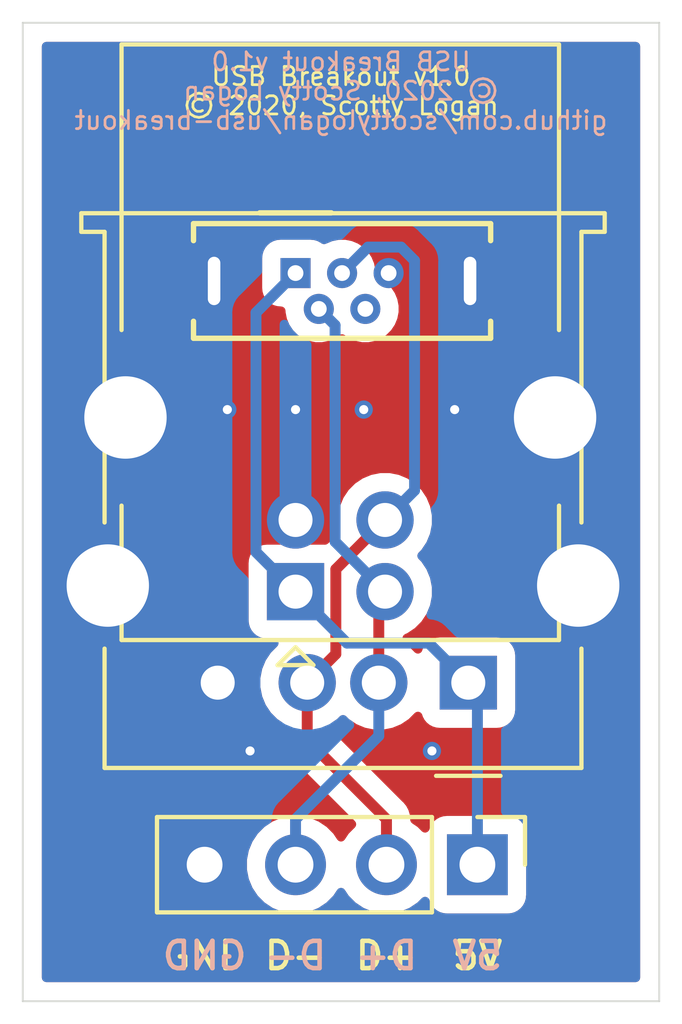
<source format=kicad_pcb>
(kicad_pcb (version 20171130) (host pcbnew "(5.1.6-0-10_14)")

  (general
    (thickness 1.6)
    (drawings 14)
    (tracks 33)
    (zones 0)
    (modules 4)
    (nets 6)
  )

  (page USLetter)
  (title_block
    (title "USB Breakout")
    (date 2020-08-07)
    (rev v0.1)
    (comment 1 usb-breakout)
    (comment 2 "USB Breakout Board")
  )

  (layers
    (0 F.Cu signal)
    (31 B.Cu signal)
    (32 B.Adhes user)
    (33 F.Adhes user)
    (34 B.Paste user)
    (35 F.Paste user)
    (36 B.SilkS user)
    (37 F.SilkS user)
    (38 B.Mask user)
    (39 F.Mask user)
    (40 Dwgs.User user)
    (41 Cmts.User user)
    (42 Eco1.User user)
    (43 Eco2.User user)
    (44 Edge.Cuts user)
    (45 Margin user)
    (46 B.CrtYd user)
    (47 F.CrtYd user)
    (48 B.Fab user hide)
    (49 F.Fab user hide)
  )

  (setup
    (last_trace_width 0.1524)
    (user_trace_width 0.1524)
    (user_trace_width 0.3048)
    (trace_clearance 0.1524)
    (zone_clearance 0.508)
    (zone_45_only yes)
    (trace_min 0.1524)
    (via_size 0.508)
    (via_drill 0.254)
    (via_min_size 0.508)
    (via_min_drill 0.254)
    (user_via 0.508 0.254)
    (uvia_size 0.3)
    (uvia_drill 0.1)
    (uvias_allowed no)
    (uvia_min_size 0.2)
    (uvia_min_drill 0.1)
    (edge_width 0.05)
    (segment_width 0.2)
    (pcb_text_width 0.3)
    (pcb_text_size 1.5 1.5)
    (mod_edge_width 0.12)
    (mod_text_size 1 1)
    (mod_text_width 0.15)
    (pad_size 1.524 1.524)
    (pad_drill 0.762)
    (pad_to_mask_clearance 0.05)
    (aux_axis_origin 0 0)
    (visible_elements FFFFFF7F)
    (pcbplotparams
      (layerselection 0x010fc_ffffffff)
      (usegerberextensions false)
      (usegerberattributes true)
      (usegerberadvancedattributes true)
      (creategerberjobfile true)
      (excludeedgelayer true)
      (linewidth 0.100000)
      (plotframeref false)
      (viasonmask false)
      (mode 1)
      (useauxorigin false)
      (hpglpennumber 1)
      (hpglpenspeed 20)
      (hpglpendiameter 15.000000)
      (psnegative false)
      (psa4output false)
      (plotreference true)
      (plotvalue true)
      (plotinvisibletext false)
      (padsonsilk false)
      (subtractmaskfromsilk false)
      (outputformat 1)
      (mirror false)
      (drillshape 1)
      (scaleselection 1)
      (outputdirectory ""))
  )

  (net 0 "")
  (net 1 /USB_GND)
  (net 2 /USB_5V)
  (net 3 /USB_D-)
  (net 4 /USB_D+)
  (net 5 "Net-(J2-Pad4)")

  (net_class Default "This is the default net class."
    (clearance 0.1524)
    (trace_width 0.1524)
    (via_dia 0.508)
    (via_drill 0.254)
    (uvia_dia 0.3)
    (uvia_drill 0.1)
    (add_net /USB_5V)
    (add_net /USB_D+)
    (add_net /USB_D-)
    (add_net /USB_GND)
    (add_net "Net-(J2-Pad4)")
  )

  (net_class Power ""
    (clearance 0.6096)
    (trace_width 0.3048)
    (via_dia 0.6096)
    (via_drill 0.3048)
    (uvia_dia 0.3)
    (uvia_drill 0.1)
  )

  (module Connector_USB:USB_A_Molex_67643_Horizontal (layer F.Cu) (tedit 5EA03975) (tstamp 5F2D951D)
    (at 167.386 46.99 180)
    (descr "USB type A, Horizontal, https://www.molex.com/pdm_docs/sd/676433910_sd.pdf")
    (tags "USB_A Female Connector receptacle")
    (path /5F2D2C88)
    (fp_text reference J4 (at 3.5 -3.19) (layer F.SilkS) hide
      (effects (font (size 1 1) (thickness 0.15)))
    )
    (fp_text value USB_A (at 3.5 14.5) (layer F.Fab) hide
      (effects (font (size 1 1) (thickness 0.15)))
    )
    (fp_line (start -3.05 -2.27) (end 10.05 -2.27) (layer F.Fab) (width 0.1))
    (fp_line (start 10.05 -2.27) (end 10.05 12.69) (layer F.Fab) (width 0.1))
    (fp_line (start -3.16 12.58) (end -3.16 4.47) (layer F.SilkS) (width 0.12))
    (fp_line (start -3.16 12.58) (end -3.81 12.58) (layer F.SilkS) (width 0.12))
    (fp_line (start -3.7 12.69) (end -3.7 12.99) (layer F.Fab) (width 0.1))
    (fp_line (start -3.7 12.99) (end 10.7 12.99) (layer F.Fab) (width 0.1))
    (fp_line (start 10.7 12.99) (end 10.7 12.69) (layer F.Fab) (width 0.1))
    (fp_line (start 10.7 12.69) (end 10.05 12.69) (layer F.Fab) (width 0.1))
    (fp_line (start -3.05 9.27) (end 10.05 9.27) (layer F.Fab) (width 0.1))
    (fp_line (start -3.55 -2.77) (end 10.55 -2.77) (layer F.CrtYd) (width 0.05))
    (fp_line (start 10.55 -2.77) (end 10.55 0.76) (layer F.CrtYd) (width 0.05))
    (fp_line (start -3.55 -2.77) (end -3.55 0.76) (layer F.CrtYd) (width 0.05))
    (fp_line (start -4.2 13.49) (end 11.2 13.49) (layer F.CrtYd) (width 0.05))
    (fp_line (start 11.2 13.49) (end 11.2 12.19) (layer F.CrtYd) (width 0.05))
    (fp_line (start 11.2 12.19) (end 10.55 12.19) (layer F.CrtYd) (width 0.05))
    (fp_line (start 10.55 12.19) (end 10.55 4.66) (layer F.CrtYd) (width 0.05))
    (fp_line (start -4.2 13.49) (end -4.2 12.19) (layer F.CrtYd) (width 0.05))
    (fp_line (start -4.2 12.19) (end -3.55 12.19) (layer F.CrtYd) (width 0.05))
    (fp_line (start -3.55 12.19) (end -3.55 4.66) (layer F.CrtYd) (width 0.05))
    (fp_line (start -3.16 -2.38) (end 10.16 -2.38) (layer F.SilkS) (width 0.12))
    (fp_line (start -3.16 -2.38) (end -3.16 0.95) (layer F.SilkS) (width 0.12))
    (fp_line (start 10.16 -2.38) (end 10.16 0.95) (layer F.SilkS) (width 0.12))
    (fp_line (start -3.05 12.69) (end -3.05 -2.27) (layer F.Fab) (width 0.1))
    (fp_line (start 10.81 13.1) (end 10.81 12.58) (layer F.SilkS) (width 0.12))
    (fp_line (start -3.81 13.1) (end 10.81 13.1) (layer F.SilkS) (width 0.12))
    (fp_line (start 10.16 4.47) (end 10.16 12.58) (layer F.SilkS) (width 0.12))
    (fp_line (start -3.81 12.58) (end -3.81 13.1) (layer F.SilkS) (width 0.12))
    (fp_line (start 10.81 12.58) (end 10.16 12.58) (layer F.SilkS) (width 0.12))
    (fp_line (start -3.05 12.69) (end -3.7 12.69) (layer F.Fab) (width 0.1))
    (fp_line (start -0.9 -2.6) (end 0.9 -2.6) (layer F.SilkS) (width 0.12))
    (fp_line (start -1 -2.27) (end 0 -1.27) (layer F.Fab) (width 0.1))
    (fp_line (start 0 -1.27) (end 1 -2.27) (layer F.Fab) (width 0.1))
    (fp_text user %R (at 3.5 3.7) (layer F.Fab)
      (effects (font (size 1 1) (thickness 0.15)))
    )
    (fp_arc (start -3.07 2.71) (end -3.55 0.76) (angle -152.3426981) (layer F.CrtYd) (width 0.05))
    (fp_arc (start 10.07 2.71) (end 10.55 4.66) (angle -152.3426981) (layer F.CrtYd) (width 0.05))
    (pad 5 thru_hole circle (at -3.07 2.71 180) (size 3 3) (drill 2.3) (layers *.Cu *.Mask)
      (net 1 /USB_GND))
    (pad 5 thru_hole circle (at 10.07 2.71 180) (size 3 3) (drill 2.3) (layers *.Cu *.Mask)
      (net 1 /USB_GND))
    (pad 1 thru_hole rect (at 0 0 180) (size 1.6 1.5) (drill 0.95) (layers *.Cu *.Mask)
      (net 2 /USB_5V))
    (pad 2 thru_hole circle (at 2.5 0 180) (size 1.6 1.6) (drill 0.95) (layers *.Cu *.Mask)
      (net 3 /USB_D-))
    (pad 3 thru_hole circle (at 4.5 0 180) (size 1.6 1.6) (drill 0.95) (layers *.Cu *.Mask)
      (net 4 /USB_D+))
    (pad 4 thru_hole circle (at 7 0 180) (size 1.6 1.6) (drill 0.95) (layers *.Cu *.Mask)
      (net 1 /USB_GND))
    (model ${KISYS3DMOD}/Connector_USB.3dshapes/USB_A_Molex_67643_Horizontal.wrl
      (at (xyz 0 0 0))
      (scale (xyz 1 1 1))
      (rotate (xyz 0 0 0))
    )
  )

  (module Connector_PinHeader_2.54mm:PinHeader_1x04_P2.54mm_Vertical (layer F.Cu) (tedit 59FED5CC) (tstamp 5F2D357E)
    (at 167.64 52.07 270)
    (descr "Through hole straight pin header, 1x04, 2.54mm pitch, single row")
    (tags "Through hole pin header THT 1x04 2.54mm single row")
    (path /5F2D8FCD)
    (fp_text reference J1 (at 0 -2.33 90) (layer F.SilkS) hide
      (effects (font (size 1 1) (thickness 0.15)))
    )
    (fp_text value Conn_01x04_Male (at 0 9.95 90) (layer F.Fab) hide
      (effects (font (size 1 1) (thickness 0.15)))
    )
    (fp_line (start -0.635 -1.27) (end 1.27 -1.27) (layer F.Fab) (width 0.1))
    (fp_line (start 1.27 -1.27) (end 1.27 8.89) (layer F.Fab) (width 0.1))
    (fp_line (start 1.27 8.89) (end -1.27 8.89) (layer F.Fab) (width 0.1))
    (fp_line (start -1.27 8.89) (end -1.27 -0.635) (layer F.Fab) (width 0.1))
    (fp_line (start -1.27 -0.635) (end -0.635 -1.27) (layer F.Fab) (width 0.1))
    (fp_line (start -1.33 8.95) (end 1.33 8.95) (layer F.SilkS) (width 0.12))
    (fp_line (start -1.33 1.27) (end -1.33 8.95) (layer F.SilkS) (width 0.12))
    (fp_line (start 1.33 1.27) (end 1.33 8.95) (layer F.SilkS) (width 0.12))
    (fp_line (start -1.33 1.27) (end 1.33 1.27) (layer F.SilkS) (width 0.12))
    (fp_line (start -1.33 0) (end -1.33 -1.33) (layer F.SilkS) (width 0.12))
    (fp_line (start -1.33 -1.33) (end 0 -1.33) (layer F.SilkS) (width 0.12))
    (fp_line (start -1.8 -1.8) (end -1.8 9.4) (layer F.CrtYd) (width 0.05))
    (fp_line (start -1.8 9.4) (end 1.8 9.4) (layer F.CrtYd) (width 0.05))
    (fp_line (start 1.8 9.4) (end 1.8 -1.8) (layer F.CrtYd) (width 0.05))
    (fp_line (start 1.8 -1.8) (end -1.8 -1.8) (layer F.CrtYd) (width 0.05))
    (fp_text user %R (at 0 3.81) (layer F.Fab)
      (effects (font (size 1 1) (thickness 0.15)))
    )
    (pad 1 thru_hole rect (at 0 0 270) (size 1.7 1.7) (drill 1) (layers *.Cu *.Mask)
      (net 2 /USB_5V))
    (pad 2 thru_hole oval (at 0 2.54 270) (size 1.7 1.7) (drill 1) (layers *.Cu *.Mask)
      (net 4 /USB_D+))
    (pad 3 thru_hole oval (at 0 5.08 270) (size 1.7 1.7) (drill 1) (layers *.Cu *.Mask)
      (net 3 /USB_D-))
    (pad 4 thru_hole oval (at 0 7.62 270) (size 1.7 1.7) (drill 1) (layers *.Cu *.Mask)
      (net 1 /USB_GND))
    (model ${KISYS3DMOD}/Connector_PinHeader_2.54mm.3dshapes/PinHeader_1x04_P2.54mm_Vertical.wrl
      (at (xyz 0 0 0))
      (scale (xyz 1 1 1))
      (rotate (xyz 0 0 0))
    )
  )

  (module Connector_USB:USB_B_Lumberg_2411_02_Horizontal (layer F.Cu) (tedit 5E6EAC30) (tstamp 5F2D945C)
    (at 162.56 44.45 90)
    (descr "USB 2.0 receptacle type B, horizontal version, through-hole, https://downloads.lumberg.com/datenblaetter/en/2411_02.pdf")
    (tags "USB B receptacle horizontal through-hole")
    (path /5F2D14C7)
    (fp_text reference J3 (at 7.5 -7.65 90) (layer F.SilkS) hide
      (effects (font (size 1 1) (thickness 0.15)))
    )
    (fp_text value USB_B (at 7.05 10.45 90) (layer F.Fab) hide
      (effects (font (size 1 1) (thickness 0.15)))
    )
    (fp_line (start -1.24 7.25) (end -1.24 -4.75) (layer F.Fab) (width 0.1))
    (fp_line (start -1.24 -4.75) (end 15.16 -4.75) (layer F.Fab) (width 0.1))
    (fp_line (start 15.16 -4.75) (end 15.16 7.25) (layer F.Fab) (width 0.1))
    (fp_line (start 15.16 7.25) (end -1.24 7.25) (layer F.Fab) (width 0.1))
    (fp_line (start -1.24 0.49) (end -0.75 0) (layer F.Fab) (width 0.1))
    (fp_line (start -0.75 0) (end -1.24 -0.49) (layer F.Fab) (width 0.1))
    (fp_line (start -1.35 7.36) (end -1.35 -4.86) (layer F.SilkS) (width 0.12))
    (fp_line (start -1.35 7.36) (end 2.4 7.36) (layer F.SilkS) (width 0.12))
    (fp_line (start -1.35 -4.86) (end 2.4 -4.86) (layer F.SilkS) (width 0.12))
    (fp_line (start 15.27 7.36) (end 15.27 -4.86) (layer F.SilkS) (width 0.12))
    (fp_line (start 15.27 -4.86) (end 7.3 -4.86) (layer F.SilkS) (width 0.12))
    (fp_line (start 15.27 7.36) (end 7.3 7.36) (layer F.SilkS) (width 0.12))
    (fp_line (start -1.55 0) (end -2.05 -0.5) (layer F.SilkS) (width 0.12))
    (fp_line (start -2.05 -0.5) (end -2.05 0.5) (layer F.SilkS) (width 0.12))
    (fp_line (start -2.05 0.5) (end -1.55 0) (layer F.SilkS) (width 0.12))
    (fp_line (start -1.74 9.75) (end 15.66 9.75) (layer F.CrtYd) (width 0.05))
    (fp_line (start 15.66 9.75) (end 15.66 -7.25) (layer F.CrtYd) (width 0.05))
    (fp_line (start 15.66 -7.25) (end -1.74 -7.25) (layer F.CrtYd) (width 0.05))
    (fp_line (start -1.74 -7.25) (end -1.74 9.75) (layer F.CrtYd) (width 0.05))
    (fp_text user %R (at 7.5 1.25 270) (layer F.Fab)
      (effects (font (size 1 1) (thickness 0.15)))
    )
    (pad 1 thru_hole rect (at 0 0 180) (size 1.6 1.6) (drill 0.95) (layers *.Cu *.Mask)
      (net 2 /USB_5V))
    (pad 2 thru_hole circle (at 0 2.5 180) (size 1.6 1.6) (drill 0.95) (layers *.Cu *.Mask)
      (net 3 /USB_D-))
    (pad 3 thru_hole circle (at 2 2.5 180) (size 1.6 1.6) (drill 0.95) (layers *.Cu *.Mask)
      (net 4 /USB_D+))
    (pad 4 thru_hole circle (at 2 0 180) (size 1.6 1.6) (drill 0.95) (layers *.Cu *.Mask)
      (net 1 /USB_GND))
    (pad 5 thru_hole circle (at 4.86 7.25 180) (size 4 4) (drill 2.3) (layers *.Cu *.Mask)
      (net 1 /USB_GND))
    (pad 5 thru_hole circle (at 4.86 -4.75 180) (size 4 4) (drill 2.3) (layers *.Cu *.Mask)
      (net 1 /USB_GND))
    (model ${KISYS3DMOD}/Connector_USB.3dshapes/USB_B_Lumberg_2411_02_Horizontal.wrl
      (at (xyz 0 0 0))
      (scale (xyz 1 1 1))
      (rotate (xyz 0 0 0))
    )
  )

  (module Connector_USB:USB_Micro-B_Wuerth_614105150721_Vertical (layer F.Cu) (tedit 5A142044) (tstamp 5F2D2FF5)
    (at 162.56 35.56)
    (descr "USB Micro-B receptacle, through-hole, vertical, http://katalog.we-online.de/em/datasheet/614105150721.pdf")
    (tags "usb micro receptacle vertical")
    (path /5F2D21DD)
    (fp_text reference J2 (at 1.3 -2.48) (layer F.SilkS) hide
      (effects (font (size 1 1) (thickness 0.15)))
    )
    (fp_text value USB_B_Micro (at 1.3 2.92) (layer F.Fab) hide
      (effects (font (size 1 1) (thickness 0.15)))
    )
    (fp_line (start -2.7 -1.23) (end -1 -1.23) (layer F.Fab) (width 0.15))
    (fp_line (start -1 -1.23) (end 0 -0.23) (layer F.Fab) (width 0.15))
    (fp_line (start 0 -0.23) (end 1 -1.23) (layer F.Fab) (width 0.15))
    (fp_line (start 1 -1.23) (end 5.3 -1.23) (layer F.Fab) (width 0.15))
    (fp_line (start 5.3 -1.23) (end 5.3 1.67) (layer F.Fab) (width 0.15))
    (fp_line (start 5.3 1.67) (end -2.7 1.67) (layer F.Fab) (width 0.15))
    (fp_line (start -2.7 1.67) (end -2.7 -1.23) (layer F.Fab) (width 0.15))
    (fp_line (start -2.85 -0.905) (end -2.85 -1.38) (layer F.SilkS) (width 0.15))
    (fp_line (start -2.85 -1.38) (end 5.45 -1.38) (layer F.SilkS) (width 0.15))
    (fp_line (start 5.45 -1.38) (end 5.45 -0.905) (layer F.SilkS) (width 0.15))
    (fp_line (start -2.85 1.345) (end -2.85 1.82) (layer F.SilkS) (width 0.15))
    (fp_line (start -2.85 1.82) (end 5.45 1.82) (layer F.SilkS) (width 0.15))
    (fp_line (start 5.45 1.82) (end 5.45 1.345) (layer F.SilkS) (width 0.15))
    (fp_line (start -1 -1.68) (end 1 -1.68) (layer F.SilkS) (width 0.15))
    (fp_line (start -3.2 -1.73) (end -3.2 2.17) (layer F.CrtYd) (width 0.05))
    (fp_line (start -3.2 2.17) (end 5.8 2.17) (layer F.CrtYd) (width 0.05))
    (fp_line (start 5.8 2.17) (end 5.8 -1.73) (layer F.CrtYd) (width 0.05))
    (fp_line (start 5.8 -1.73) (end -3.2 -1.73) (layer F.CrtYd) (width 0.05))
    (fp_text user %R (at 1.3 0.22) (layer F.Fab)
      (effects (font (size 1 1) (thickness 0.15)))
    )
    (pad 1 thru_hole rect (at 0 0) (size 0.84 0.84) (drill 0.44) (layers *.Cu *.Mask)
      (net 2 /USB_5V))
    (pad 2 thru_hole circle (at 0.65 1) (size 0.84 0.84) (drill 0.44) (layers *.Cu *.Mask)
      (net 3 /USB_D-))
    (pad 3 thru_hole circle (at 1.3 0) (size 0.84 0.84) (drill 0.44) (layers *.Cu *.Mask)
      (net 4 /USB_D+))
    (pad 4 thru_hole circle (at 1.95 1) (size 0.84 0.84) (drill 0.44) (layers *.Cu *.Mask)
      (net 5 "Net-(J2-Pad4)"))
    (pad 5 thru_hole circle (at 2.6 0) (size 0.84 0.84) (drill 0.44) (layers *.Cu *.Mask)
      (net 1 /USB_GND))
    (pad 6 thru_hole oval (at -2.275 0.22) (size 0.85 1.85) (drill oval 0.35 1.35) (layers *.Cu *.Mask)
      (net 1 /USB_GND))
    (pad 6 thru_hole oval (at 4.875 0.22) (size 0.85 1.85) (drill oval 0.35 1.35) (layers *.Cu *.Mask)
      (net 1 /USB_GND))
    (model ${KISYS3DMOD}/Connector_USB.3dshapes/USB_Micro-B_Wuerth_614105150721_Vertical.wrl
      (at (xyz 0 0 0))
      (scale (xyz 1 1 1))
      (rotate (xyz 0 0 0))
    )
  )

  (gr_text "USB Breakout v1.0\n© 2020, Scotty Logan" (at 163.83 30.48) (layer F.SilkS) (tstamp 5F2D9C01)
    (effects (font (size 0.508 0.508) (thickness 0.0762)))
  )
  (gr_text "USB Breakout v1.0\n© 2020, Scotty Logan\ngithub.com/scottylogan/usb-breakout" (at 163.83 30.48) (layer B.SilkS)
    (effects (font (size 0.508 0.508) (thickness 0.0762)) (justify mirror))
  )
  (gr_text 5V (at 167.64 54.61) (layer B.SilkS)
    (effects (font (size 0.762 0.762) (thickness 0.127)) (justify mirror))
  )
  (gr_text D+ (at 165.1 54.61) (layer B.SilkS)
    (effects (font (size 0.762 0.762) (thickness 0.127)) (justify mirror))
  )
  (gr_text D- (at 162.56 54.61) (layer B.SilkS)
    (effects (font (size 0.762 0.762) (thickness 0.127)) (justify mirror))
  )
  (gr_text GND (at 160.02 54.61) (layer B.SilkS)
    (effects (font (size 0.762 0.762) (thickness 0.127)) (justify mirror))
  )
  (gr_text 5V (at 167.64 54.61) (layer F.SilkS)
    (effects (font (size 0.762 0.762) (thickness 0.127)))
  )
  (gr_text D+ (at 165.1 54.61) (layer F.SilkS)
    (effects (font (size 0.762 0.762) (thickness 0.127)))
  )
  (gr_text D- (at 162.56 54.61) (layer F.SilkS)
    (effects (font (size 0.762 0.762) (thickness 0.127)))
  )
  (gr_text GND (at 160.02 54.61) (layer F.SilkS)
    (effects (font (size 0.762 0.762) (thickness 0.127)))
  )
  (gr_line (start 154.94 55.88) (end 154.94 28.575) (layer Edge.Cuts) (width 0.05) (tstamp 5F2D95A7))
  (gr_line (start 172.72 55.88) (end 154.94 55.88) (layer Edge.Cuts) (width 0.05))
  (gr_line (start 172.72 28.575) (end 172.72 55.88) (layer Edge.Cuts) (width 0.05))
  (gr_line (start 154.94 28.575) (end 172.72 28.575) (layer Edge.Cuts) (width 0.05))

  (via (at 166.37 48.895) (size 0.508) (drill 0.254) (layers F.Cu B.Cu) (net 1))
  (via (at 161.29 48.895) (size 0.508) (drill 0.254) (layers F.Cu B.Cu) (net 1))
  (via (at 160.655 39.37) (size 0.508) (drill 0.254) (layers F.Cu B.Cu) (net 1))
  (via (at 162.56 39.37) (size 0.508) (drill 0.254) (layers F.Cu B.Cu) (net 1))
  (via (at 164.465 39.37) (size 0.508) (drill 0.254) (layers F.Cu B.Cu) (net 1))
  (via (at 167.005 39.37) (size 0.508) (drill 0.254) (layers F.Cu B.Cu) (net 1))
  (segment (start 167.64 47.244) (end 167.386 46.99) (width 0.3048) (layer B.Cu) (net 2))
  (segment (start 167.64 52.07) (end 167.64 47.244) (width 0.3048) (layer B.Cu) (net 2))
  (segment (start 163.995199 45.885199) (end 162.56 44.45) (width 0.3048) (layer B.Cu) (net 2))
  (segment (start 166.281199 45.885199) (end 163.995199 45.885199) (width 0.3048) (layer B.Cu) (net 2))
  (segment (start 167.386 46.99) (end 166.281199 45.885199) (width 0.3048) (layer B.Cu) (net 2))
  (segment (start 161.455199 43.345199) (end 162.56 44.45) (width 0.3048) (layer B.Cu) (net 2))
  (segment (start 161.455199 36.664801) (end 161.455199 43.345199) (width 0.3048) (layer B.Cu) (net 2))
  (segment (start 162.56 35.56) (end 161.455199 36.664801) (width 0.3048) (layer B.Cu) (net 2))
  (segment (start 162.56 52.07) (end 162.56 50.8) (width 0.3048) (layer B.Cu) (net 3))
  (segment (start 164.886 48.474) (end 164.886 46.99) (width 0.3048) (layer B.Cu) (net 3))
  (segment (start 162.56 50.8) (end 164.886 48.474) (width 0.3048) (layer B.Cu) (net 3))
  (segment (start 163.664801 37.014801) (end 163.664801 43.054801) (width 0.3048) (layer B.Cu) (net 3))
  (segment (start 163.664801 43.054801) (end 165.06 44.45) (width 0.3048) (layer B.Cu) (net 3))
  (segment (start 163.21 36.56) (end 163.664801 37.014801) (width 0.3048) (layer B.Cu) (net 3))
  (segment (start 164.886 44.624) (end 165.06 44.45) (width 0.3048) (layer F.Cu) (net 3))
  (segment (start 164.886 46.99) (end 164.886 44.624) (width 0.3048) (layer F.Cu) (net 3))
  (segment (start 165.884801 35.212095) (end 165.884801 41.625199) (width 0.3048) (layer B.Cu) (net 4))
  (segment (start 165.507905 34.835199) (end 165.884801 35.212095) (width 0.3048) (layer B.Cu) (net 4))
  (segment (start 164.584801 34.835199) (end 165.507905 34.835199) (width 0.3048) (layer B.Cu) (net 4))
  (segment (start 165.884801 41.625199) (end 165.06 42.45) (width 0.3048) (layer B.Cu) (net 4))
  (segment (start 163.86 35.56) (end 164.584801 34.835199) (width 0.3048) (layer B.Cu) (net 4))
  (segment (start 165.1 52.07) (end 165.1 50.8) (width 0.3048) (layer F.Cu) (net 4))
  (segment (start 162.886 48.586) (end 162.886 46.99) (width 0.3048) (layer F.Cu) (net 4))
  (segment (start 165.1 50.8) (end 162.886 48.586) (width 0.3048) (layer F.Cu) (net 4))
  (segment (start 163.685999 43.824001) (end 165.06 42.45) (width 0.3048) (layer F.Cu) (net 4))
  (segment (start 163.685999 46.190001) (end 163.685999 43.824001) (width 0.3048) (layer F.Cu) (net 4))
  (segment (start 162.886 46.99) (end 163.685999 46.190001) (width 0.3048) (layer F.Cu) (net 4))

  (zone (net 1) (net_name /USB_GND) (layer F.Cu) (tstamp 0) (hatch edge 0.508)
    (connect_pads yes (clearance 0.508))
    (min_thickness 0.254)
    (fill yes (arc_segments 32) (thermal_gap 0.508) (thermal_bridge_width 0.508))
    (polygon
      (pts
        (xy 173.355 56.515) (xy 154.305 56.515) (xy 154.305 27.94) (xy 173.355 27.94)
      )
    )
    (filled_polygon
      (pts
        (xy 172.060001 55.22) (xy 155.6 55.22) (xy 155.6 51.92374) (xy 161.075 51.92374) (xy 161.075 52.21626)
        (xy 161.132068 52.503158) (xy 161.24401 52.773411) (xy 161.406525 53.016632) (xy 161.613368 53.223475) (xy 161.856589 53.38599)
        (xy 162.126842 53.497932) (xy 162.41374 53.555) (xy 162.70626 53.555) (xy 162.993158 53.497932) (xy 163.263411 53.38599)
        (xy 163.506632 53.223475) (xy 163.713475 53.016632) (xy 163.83 52.84224) (xy 163.946525 53.016632) (xy 164.153368 53.223475)
        (xy 164.396589 53.38599) (xy 164.666842 53.497932) (xy 164.95374 53.555) (xy 165.24626 53.555) (xy 165.533158 53.497932)
        (xy 165.803411 53.38599) (xy 166.046632 53.223475) (xy 166.178487 53.09162) (xy 166.200498 53.16418) (xy 166.259463 53.274494)
        (xy 166.338815 53.371185) (xy 166.435506 53.450537) (xy 166.54582 53.509502) (xy 166.665518 53.545812) (xy 166.79 53.558072)
        (xy 168.49 53.558072) (xy 168.614482 53.545812) (xy 168.73418 53.509502) (xy 168.844494 53.450537) (xy 168.941185 53.371185)
        (xy 169.020537 53.274494) (xy 169.079502 53.16418) (xy 169.115812 53.044482) (xy 169.128072 52.92) (xy 169.128072 51.22)
        (xy 169.115812 51.095518) (xy 169.079502 50.97582) (xy 169.020537 50.865506) (xy 168.941185 50.768815) (xy 168.844494 50.689463)
        (xy 168.73418 50.630498) (xy 168.614482 50.594188) (xy 168.49 50.581928) (xy 166.79 50.581928) (xy 166.665518 50.594188)
        (xy 166.54582 50.630498) (xy 166.435506 50.689463) (xy 166.338815 50.768815) (xy 166.259463 50.865506) (xy 166.200498 50.97582)
        (xy 166.178487 51.04838) (xy 166.046632 50.916525) (xy 165.890037 50.811891) (xy 165.891208 50.8) (xy 165.8874 50.761337)
        (xy 165.8874 50.761327) (xy 165.876006 50.645643) (xy 165.830982 50.497217) (xy 165.757866 50.360427) (xy 165.684121 50.27057)
        (xy 165.659469 50.240531) (xy 165.629428 50.215877) (xy 163.6734 48.25985) (xy 163.6734 48.189735) (xy 163.800759 48.104637)
        (xy 163.886 48.019396) (xy 163.971241 48.104637) (xy 164.206273 48.26168) (xy 164.467426 48.369853) (xy 164.744665 48.425)
        (xy 165.027335 48.425) (xy 165.304574 48.369853) (xy 165.565727 48.26168) (xy 165.800759 48.104637) (xy 165.978977 47.926419)
        (xy 165.996498 47.98418) (xy 166.055463 48.094494) (xy 166.134815 48.191185) (xy 166.231506 48.270537) (xy 166.34182 48.329502)
        (xy 166.461518 48.365812) (xy 166.586 48.378072) (xy 168.186 48.378072) (xy 168.310482 48.365812) (xy 168.43018 48.329502)
        (xy 168.540494 48.270537) (xy 168.637185 48.191185) (xy 168.716537 48.094494) (xy 168.775502 47.98418) (xy 168.811812 47.864482)
        (xy 168.824072 47.74) (xy 168.824072 46.24) (xy 168.811812 46.115518) (xy 168.775502 45.99582) (xy 168.716537 45.885506)
        (xy 168.637185 45.788815) (xy 168.540494 45.709463) (xy 168.43018 45.650498) (xy 168.310482 45.614188) (xy 168.186 45.601928)
        (xy 166.586 45.601928) (xy 166.461518 45.614188) (xy 166.34182 45.650498) (xy 166.231506 45.709463) (xy 166.134815 45.788815)
        (xy 166.055463 45.885506) (xy 165.996498 45.99582) (xy 165.978977 46.053581) (xy 165.800759 45.875363) (xy 165.6734 45.790265)
        (xy 165.6734 45.749154) (xy 165.739727 45.72168) (xy 165.974759 45.564637) (xy 166.174637 45.364759) (xy 166.33168 45.129727)
        (xy 166.439853 44.868574) (xy 166.495 44.591335) (xy 166.495 44.308665) (xy 166.439853 44.031426) (xy 166.33168 43.770273)
        (xy 166.174637 43.535241) (xy 166.089396 43.45) (xy 166.174637 43.364759) (xy 166.33168 43.129727) (xy 166.439853 42.868574)
        (xy 166.495 42.591335) (xy 166.495 42.308665) (xy 166.439853 42.031426) (xy 166.33168 41.770273) (xy 166.174637 41.535241)
        (xy 165.974759 41.335363) (xy 165.739727 41.17832) (xy 165.478574 41.070147) (xy 165.201335 41.015) (xy 164.918665 41.015)
        (xy 164.641426 41.070147) (xy 164.380273 41.17832) (xy 164.145241 41.335363) (xy 163.945363 41.535241) (xy 163.78832 41.770273)
        (xy 163.680147 42.031426) (xy 163.625 42.308665) (xy 163.625 42.591335) (xy 163.654883 42.741566) (xy 163.382323 43.014127)
        (xy 163.36 43.011928) (xy 161.76 43.011928) (xy 161.635518 43.024188) (xy 161.51582 43.060498) (xy 161.405506 43.119463)
        (xy 161.308815 43.198815) (xy 161.229463 43.295506) (xy 161.170498 43.40582) (xy 161.134188 43.525518) (xy 161.121928 43.65)
        (xy 161.121928 45.25) (xy 161.134188 45.374482) (xy 161.170498 45.49418) (xy 161.229463 45.604494) (xy 161.308815 45.701185)
        (xy 161.405506 45.780537) (xy 161.51582 45.839502) (xy 161.635518 45.875812) (xy 161.76 45.888072) (xy 161.958532 45.888072)
        (xy 161.771363 46.075241) (xy 161.61432 46.310273) (xy 161.506147 46.571426) (xy 161.451 46.848665) (xy 161.451 47.131335)
        (xy 161.506147 47.408574) (xy 161.61432 47.669727) (xy 161.771363 47.904759) (xy 161.971241 48.104637) (xy 162.0986 48.189736)
        (xy 162.0986 48.547337) (xy 162.094792 48.586) (xy 162.0986 48.624663) (xy 162.0986 48.624672) (xy 162.109994 48.740356)
        (xy 162.155018 48.888782) (xy 162.228134 49.025571) (xy 162.326531 49.145469) (xy 162.356578 49.170128) (xy 164.128171 50.941722)
        (xy 163.946525 51.123368) (xy 163.83 51.29776) (xy 163.713475 51.123368) (xy 163.506632 50.916525) (xy 163.263411 50.75401)
        (xy 162.993158 50.642068) (xy 162.70626 50.585) (xy 162.41374 50.585) (xy 162.126842 50.642068) (xy 161.856589 50.75401)
        (xy 161.613368 50.916525) (xy 161.406525 51.123368) (xy 161.24401 51.366589) (xy 161.132068 51.636842) (xy 161.075 51.92374)
        (xy 155.6 51.92374) (xy 155.6 35.14) (xy 161.501928 35.14) (xy 161.501928 35.98) (xy 161.514188 36.104482)
        (xy 161.550498 36.22418) (xy 161.609463 36.334494) (xy 161.688815 36.431185) (xy 161.785506 36.510537) (xy 161.89582 36.569502)
        (xy 162.015518 36.605812) (xy 162.14 36.618072) (xy 162.155 36.618072) (xy 162.155 36.663908) (xy 162.195543 36.867732)
        (xy 162.275071 37.05973) (xy 162.390528 37.232523) (xy 162.537477 37.379472) (xy 162.71027 37.494929) (xy 162.902268 37.574457)
        (xy 163.106092 37.615) (xy 163.313908 37.615) (xy 163.517732 37.574457) (xy 163.70973 37.494929) (xy 163.86 37.394521)
        (xy 164.01027 37.494929) (xy 164.202268 37.574457) (xy 164.406092 37.615) (xy 164.613908 37.615) (xy 164.817732 37.574457)
        (xy 165.00973 37.494929) (xy 165.182523 37.379472) (xy 165.329472 37.232523) (xy 165.444929 37.05973) (xy 165.524457 36.867732)
        (xy 165.565 36.663908) (xy 165.565 36.456092) (xy 165.524457 36.252268) (xy 165.444929 36.06027) (xy 165.329472 35.887477)
        (xy 165.182523 35.740528) (xy 165.00973 35.625071) (xy 164.915 35.585833) (xy 164.915 35.456092) (xy 164.874457 35.252268)
        (xy 164.794929 35.06027) (xy 164.679472 34.887477) (xy 164.532523 34.740528) (xy 164.35973 34.625071) (xy 164.167732 34.545543)
        (xy 163.963908 34.505) (xy 163.756092 34.505) (xy 163.552268 34.545543) (xy 163.36027 34.625071) (xy 163.356545 34.62756)
        (xy 163.334494 34.609463) (xy 163.22418 34.550498) (xy 163.104482 34.514188) (xy 162.98 34.501928) (xy 162.14 34.501928)
        (xy 162.015518 34.514188) (xy 161.89582 34.550498) (xy 161.785506 34.609463) (xy 161.688815 34.688815) (xy 161.609463 34.785506)
        (xy 161.550498 34.89582) (xy 161.514188 35.015518) (xy 161.501928 35.14) (xy 155.6 35.14) (xy 155.6 29.235)
        (xy 172.06 29.235)
      )
    )
  )
  (zone (net 1) (net_name /USB_GND) (layer B.Cu) (tstamp 0) (hatch edge 0.508)
    (connect_pads yes (clearance 0.508))
    (min_thickness 0.254)
    (fill yes (arc_segments 32) (thermal_gap 0.508) (thermal_bridge_width 0.508))
    (polygon
      (pts
        (xy 173.355 56.515) (xy 154.305 56.515) (xy 154.305 27.94) (xy 173.355 27.94)
      )
    )
    (filled_polygon
      (pts
        (xy 172.060001 55.22) (xy 155.6 55.22) (xy 155.6 36.664801) (xy 160.663991 36.664801) (xy 160.667799 36.703464)
        (xy 160.6678 43.306526) (xy 160.663991 43.345199) (xy 160.679194 43.499556) (xy 160.724217 43.647981) (xy 160.729996 43.658792)
        (xy 160.797334 43.784771) (xy 160.895731 43.904668) (xy 160.925772 43.929322) (xy 161.121928 44.125478) (xy 161.121928 45.25)
        (xy 161.134188 45.374482) (xy 161.170498 45.49418) (xy 161.229463 45.604494) (xy 161.308815 45.701185) (xy 161.405506 45.780537)
        (xy 161.51582 45.839502) (xy 161.635518 45.875812) (xy 161.76 45.888072) (xy 161.958532 45.888072) (xy 161.771363 46.075241)
        (xy 161.61432 46.310273) (xy 161.506147 46.571426) (xy 161.451 46.848665) (xy 161.451 47.131335) (xy 161.506147 47.408574)
        (xy 161.61432 47.669727) (xy 161.771363 47.904759) (xy 161.971241 48.104637) (xy 162.206273 48.26168) (xy 162.467426 48.369853)
        (xy 162.744665 48.425) (xy 163.027335 48.425) (xy 163.304574 48.369853) (xy 163.565727 48.26168) (xy 163.800759 48.104637)
        (xy 163.886 48.019396) (xy 163.971241 48.104637) (xy 164.073491 48.172958) (xy 162.030573 50.215877) (xy 162.000532 50.240531)
        (xy 161.975879 50.270571) (xy 161.902135 50.360428) (xy 161.829018 50.497218) (xy 161.783995 50.645643) (xy 161.768792 50.8)
        (xy 161.769963 50.811891) (xy 161.613368 50.916525) (xy 161.406525 51.123368) (xy 161.24401 51.366589) (xy 161.132068 51.636842)
        (xy 161.075 51.92374) (xy 161.075 52.21626) (xy 161.132068 52.503158) (xy 161.24401 52.773411) (xy 161.406525 53.016632)
        (xy 161.613368 53.223475) (xy 161.856589 53.38599) (xy 162.126842 53.497932) (xy 162.41374 53.555) (xy 162.70626 53.555)
        (xy 162.993158 53.497932) (xy 163.263411 53.38599) (xy 163.506632 53.223475) (xy 163.713475 53.016632) (xy 163.83 52.84224)
        (xy 163.946525 53.016632) (xy 164.153368 53.223475) (xy 164.396589 53.38599) (xy 164.666842 53.497932) (xy 164.95374 53.555)
        (xy 165.24626 53.555) (xy 165.533158 53.497932) (xy 165.803411 53.38599) (xy 166.046632 53.223475) (xy 166.178487 53.09162)
        (xy 166.200498 53.16418) (xy 166.259463 53.274494) (xy 166.338815 53.371185) (xy 166.435506 53.450537) (xy 166.54582 53.509502)
        (xy 166.665518 53.545812) (xy 166.79 53.558072) (xy 168.49 53.558072) (xy 168.614482 53.545812) (xy 168.73418 53.509502)
        (xy 168.844494 53.450537) (xy 168.941185 53.371185) (xy 169.020537 53.274494) (xy 169.079502 53.16418) (xy 169.115812 53.044482)
        (xy 169.128072 52.92) (xy 169.128072 51.22) (xy 169.115812 51.095518) (xy 169.079502 50.97582) (xy 169.020537 50.865506)
        (xy 168.941185 50.768815) (xy 168.844494 50.689463) (xy 168.73418 50.630498) (xy 168.614482 50.594188) (xy 168.49 50.581928)
        (xy 168.4274 50.581928) (xy 168.4274 48.330345) (xy 168.43018 48.329502) (xy 168.540494 48.270537) (xy 168.637185 48.191185)
        (xy 168.716537 48.094494) (xy 168.775502 47.98418) (xy 168.811812 47.864482) (xy 168.824072 47.74) (xy 168.824072 46.24)
        (xy 168.811812 46.115518) (xy 168.775502 45.99582) (xy 168.716537 45.885506) (xy 168.637185 45.788815) (xy 168.540494 45.709463)
        (xy 168.43018 45.650498) (xy 168.310482 45.614188) (xy 168.186 45.601928) (xy 167.111479 45.601928) (xy 166.865326 45.355776)
        (xy 166.840668 45.32573) (xy 166.720771 45.227333) (xy 166.583982 45.154217) (xy 166.435556 45.109193) (xy 166.343924 45.100168)
        (xy 166.439853 44.868574) (xy 166.495 44.591335) (xy 166.495 44.308665) (xy 166.439853 44.031426) (xy 166.33168 43.770273)
        (xy 166.174637 43.535241) (xy 166.089396 43.45) (xy 166.174637 43.364759) (xy 166.33168 43.129727) (xy 166.439853 42.868574)
        (xy 166.495 42.591335) (xy 166.495 42.308665) (xy 166.46525 42.159104) (xy 166.492636 42.125734) (xy 166.542667 42.064772)
        (xy 166.615783 41.927982) (xy 166.660807 41.779556) (xy 166.661721 41.770273) (xy 166.672201 41.663872) (xy 166.672201 41.663864)
        (xy 166.676009 41.625199) (xy 166.672201 41.586534) (xy 166.672201 35.250757) (xy 166.676009 35.212094) (xy 166.672201 35.173431)
        (xy 166.672201 35.173422) (xy 166.660807 35.057738) (xy 166.615783 34.909312) (xy 166.542667 34.772523) (xy 166.44427 34.652626)
        (xy 166.414229 34.627972) (xy 166.092032 34.305776) (xy 166.067374 34.27573) (xy 165.947477 34.177333) (xy 165.810688 34.104217)
        (xy 165.662262 34.059193) (xy 165.546578 34.047799) (xy 165.546568 34.047799) (xy 165.507905 34.043991) (xy 165.469242 34.047799)
        (xy 164.623463 34.047799) (xy 164.5848 34.043991) (xy 164.546137 34.047799) (xy 164.546128 34.047799) (xy 164.430444 34.059193)
        (xy 164.282018 34.104217) (xy 164.145229 34.177333) (xy 164.145227 34.177334) (xy 164.145228 34.177334) (xy 164.05537 34.251078)
        (xy 164.055368 34.25108) (xy 164.025332 34.27573) (xy 164.000682 34.305766) (xy 163.801449 34.505) (xy 163.756092 34.505)
        (xy 163.552268 34.545543) (xy 163.36027 34.625071) (xy 163.356545 34.62756) (xy 163.334494 34.609463) (xy 163.22418 34.550498)
        (xy 163.104482 34.514188) (xy 162.98 34.501928) (xy 162.14 34.501928) (xy 162.015518 34.514188) (xy 161.89582 34.550498)
        (xy 161.785506 34.609463) (xy 161.688815 34.688815) (xy 161.609463 34.785506) (xy 161.550498 34.89582) (xy 161.514188 35.015518)
        (xy 161.501928 35.14) (xy 161.501928 35.504521) (xy 160.925776 36.080674) (xy 160.89573 36.105332) (xy 160.797333 36.22523)
        (xy 160.724217 36.362019) (xy 160.679193 36.510445) (xy 160.667799 36.626129) (xy 160.667799 36.626138) (xy 160.663991 36.664801)
        (xy 155.6 36.664801) (xy 155.6 29.235) (xy 172.06 29.235)
      )
    )
    (filled_polygon
      (pts
        (xy 162.275071 37.05973) (xy 162.390528 37.232523) (xy 162.537477 37.379472) (xy 162.71027 37.494929) (xy 162.877401 37.564157)
        (xy 162.877402 43.011928) (xy 162.242599 43.011928) (xy 162.242599 36.990951) (xy 162.245415 36.988135)
      )
    )
    (filled_polygon
      (pts
        (xy 165.097401 35.683651) (xy 165.00973 35.625071) (xy 165.003762 35.622599) (xy 165.097401 35.622599)
      )
    )
  )
)

</source>
